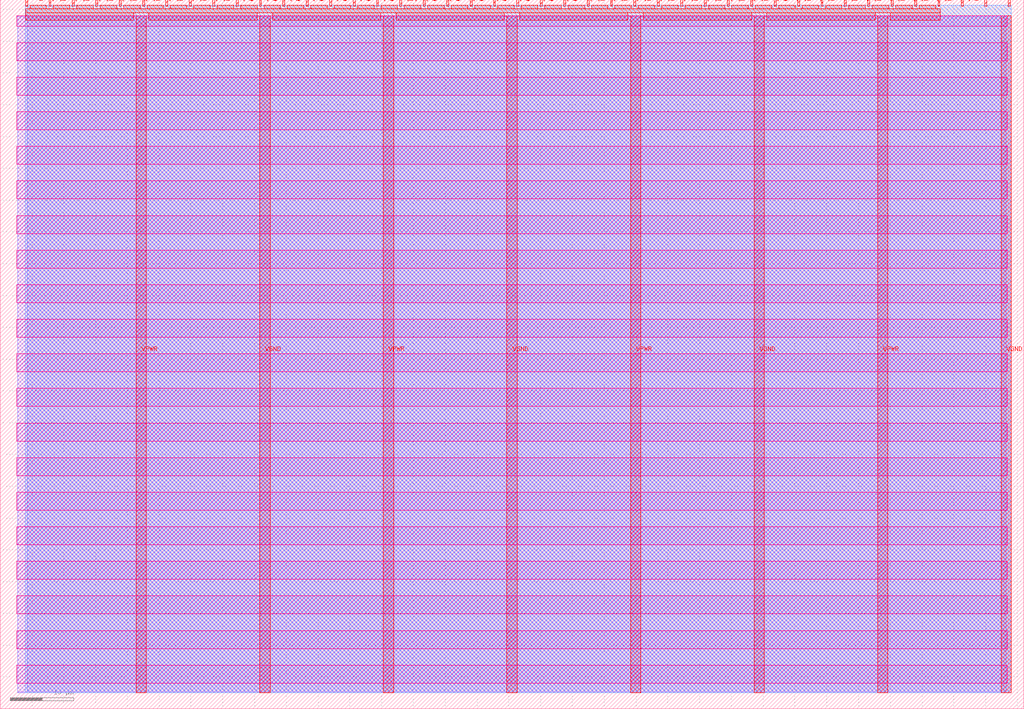
<source format=lef>
VERSION 5.7 ;
  NOWIREEXTENSIONATPIN ON ;
  DIVIDERCHAR "/" ;
  BUSBITCHARS "[]" ;
MACRO tt_um_wokwi_397774697322214401
  CLASS BLOCK ;
  FOREIGN tt_um_wokwi_397774697322214401 ;
  ORIGIN 0.000 0.000 ;
  SIZE 161.000 BY 111.520 ;
  PIN VGND
    DIRECTION INOUT ;
    USE GROUND ;
    PORT
      LAYER met4 ;
        RECT 40.830 2.480 42.430 109.040 ;
    END
    PORT
      LAYER met4 ;
        RECT 79.700 2.480 81.300 109.040 ;
    END
    PORT
      LAYER met4 ;
        RECT 118.570 2.480 120.170 109.040 ;
    END
    PORT
      LAYER met4 ;
        RECT 157.440 2.480 159.040 109.040 ;
    END
  END VGND
  PIN VPWR
    DIRECTION INOUT ;
    USE POWER ;
    PORT
      LAYER met4 ;
        RECT 21.395 2.480 22.995 109.040 ;
    END
    PORT
      LAYER met4 ;
        RECT 60.265 2.480 61.865 109.040 ;
    END
    PORT
      LAYER met4 ;
        RECT 99.135 2.480 100.735 109.040 ;
    END
    PORT
      LAYER met4 ;
        RECT 138.005 2.480 139.605 109.040 ;
    END
  END VPWR
  PIN clk
    DIRECTION INPUT ;
    USE SIGNAL ;
    PORT
      LAYER met4 ;
        RECT 154.870 110.520 155.170 111.520 ;
    END
  END clk
  PIN ena
    DIRECTION INPUT ;
    USE SIGNAL ;
    PORT
      LAYER met4 ;
        RECT 158.550 110.520 158.850 111.520 ;
    END
  END ena
  PIN rst_n
    DIRECTION INPUT ;
    USE SIGNAL ;
    PORT
      LAYER met4 ;
        RECT 151.190 110.520 151.490 111.520 ;
    END
  END rst_n
  PIN ui_in[0]
    DIRECTION INPUT ;
    USE SIGNAL ;
    ANTENNAGATEAREA 0.196500 ;
    PORT
      LAYER met4 ;
        RECT 147.510 110.520 147.810 111.520 ;
    END
  END ui_in[0]
  PIN ui_in[1]
    DIRECTION INPUT ;
    USE SIGNAL ;
    ANTENNAGATEAREA 0.196500 ;
    PORT
      LAYER met4 ;
        RECT 143.830 110.520 144.130 111.520 ;
    END
  END ui_in[1]
  PIN ui_in[2]
    DIRECTION INPUT ;
    USE SIGNAL ;
    ANTENNAGATEAREA 0.196500 ;
    PORT
      LAYER met4 ;
        RECT 140.150 110.520 140.450 111.520 ;
    END
  END ui_in[2]
  PIN ui_in[3]
    DIRECTION INPUT ;
    USE SIGNAL ;
    PORT
      LAYER met4 ;
        RECT 136.470 110.520 136.770 111.520 ;
    END
  END ui_in[3]
  PIN ui_in[4]
    DIRECTION INPUT ;
    USE SIGNAL ;
    PORT
      LAYER met4 ;
        RECT 132.790 110.520 133.090 111.520 ;
    END
  END ui_in[4]
  PIN ui_in[5]
    DIRECTION INPUT ;
    USE SIGNAL ;
    PORT
      LAYER met4 ;
        RECT 129.110 110.520 129.410 111.520 ;
    END
  END ui_in[5]
  PIN ui_in[6]
    DIRECTION INPUT ;
    USE SIGNAL ;
    PORT
      LAYER met4 ;
        RECT 125.430 110.520 125.730 111.520 ;
    END
  END ui_in[6]
  PIN ui_in[7]
    DIRECTION INPUT ;
    USE SIGNAL ;
    PORT
      LAYER met4 ;
        RECT 121.750 110.520 122.050 111.520 ;
    END
  END ui_in[7]
  PIN uio_in[0]
    DIRECTION INPUT ;
    USE SIGNAL ;
    PORT
      LAYER met4 ;
        RECT 118.070 110.520 118.370 111.520 ;
    END
  END uio_in[0]
  PIN uio_in[1]
    DIRECTION INPUT ;
    USE SIGNAL ;
    PORT
      LAYER met4 ;
        RECT 114.390 110.520 114.690 111.520 ;
    END
  END uio_in[1]
  PIN uio_in[2]
    DIRECTION INPUT ;
    USE SIGNAL ;
    PORT
      LAYER met4 ;
        RECT 110.710 110.520 111.010 111.520 ;
    END
  END uio_in[2]
  PIN uio_in[3]
    DIRECTION INPUT ;
    USE SIGNAL ;
    PORT
      LAYER met4 ;
        RECT 107.030 110.520 107.330 111.520 ;
    END
  END uio_in[3]
  PIN uio_in[4]
    DIRECTION INPUT ;
    USE SIGNAL ;
    PORT
      LAYER met4 ;
        RECT 103.350 110.520 103.650 111.520 ;
    END
  END uio_in[4]
  PIN uio_in[5]
    DIRECTION INPUT ;
    USE SIGNAL ;
    PORT
      LAYER met4 ;
        RECT 99.670 110.520 99.970 111.520 ;
    END
  END uio_in[5]
  PIN uio_in[6]
    DIRECTION INPUT ;
    USE SIGNAL ;
    PORT
      LAYER met4 ;
        RECT 95.990 110.520 96.290 111.520 ;
    END
  END uio_in[6]
  PIN uio_in[7]
    DIRECTION INPUT ;
    USE SIGNAL ;
    PORT
      LAYER met4 ;
        RECT 92.310 110.520 92.610 111.520 ;
    END
  END uio_in[7]
  PIN uio_oe[0]
    DIRECTION OUTPUT TRISTATE ;
    USE SIGNAL ;
    PORT
      LAYER met4 ;
        RECT 29.750 110.520 30.050 111.520 ;
    END
  END uio_oe[0]
  PIN uio_oe[1]
    DIRECTION OUTPUT TRISTATE ;
    USE SIGNAL ;
    PORT
      LAYER met4 ;
        RECT 26.070 110.520 26.370 111.520 ;
    END
  END uio_oe[1]
  PIN uio_oe[2]
    DIRECTION OUTPUT TRISTATE ;
    USE SIGNAL ;
    PORT
      LAYER met4 ;
        RECT 22.390 110.520 22.690 111.520 ;
    END
  END uio_oe[2]
  PIN uio_oe[3]
    DIRECTION OUTPUT TRISTATE ;
    USE SIGNAL ;
    PORT
      LAYER met4 ;
        RECT 18.710 110.520 19.010 111.520 ;
    END
  END uio_oe[3]
  PIN uio_oe[4]
    DIRECTION OUTPUT TRISTATE ;
    USE SIGNAL ;
    PORT
      LAYER met4 ;
        RECT 15.030 110.520 15.330 111.520 ;
    END
  END uio_oe[4]
  PIN uio_oe[5]
    DIRECTION OUTPUT TRISTATE ;
    USE SIGNAL ;
    PORT
      LAYER met4 ;
        RECT 11.350 110.520 11.650 111.520 ;
    END
  END uio_oe[5]
  PIN uio_oe[6]
    DIRECTION OUTPUT TRISTATE ;
    USE SIGNAL ;
    PORT
      LAYER met4 ;
        RECT 7.670 110.520 7.970 111.520 ;
    END
  END uio_oe[6]
  PIN uio_oe[7]
    DIRECTION OUTPUT TRISTATE ;
    USE SIGNAL ;
    PORT
      LAYER met4 ;
        RECT 3.990 110.520 4.290 111.520 ;
    END
  END uio_oe[7]
  PIN uio_out[0]
    DIRECTION OUTPUT TRISTATE ;
    USE SIGNAL ;
    PORT
      LAYER met4 ;
        RECT 59.190 110.520 59.490 111.520 ;
    END
  END uio_out[0]
  PIN uio_out[1]
    DIRECTION OUTPUT TRISTATE ;
    USE SIGNAL ;
    PORT
      LAYER met4 ;
        RECT 55.510 110.520 55.810 111.520 ;
    END
  END uio_out[1]
  PIN uio_out[2]
    DIRECTION OUTPUT TRISTATE ;
    USE SIGNAL ;
    PORT
      LAYER met4 ;
        RECT 51.830 110.520 52.130 111.520 ;
    END
  END uio_out[2]
  PIN uio_out[3]
    DIRECTION OUTPUT TRISTATE ;
    USE SIGNAL ;
    PORT
      LAYER met4 ;
        RECT 48.150 110.520 48.450 111.520 ;
    END
  END uio_out[3]
  PIN uio_out[4]
    DIRECTION OUTPUT TRISTATE ;
    USE SIGNAL ;
    PORT
      LAYER met4 ;
        RECT 44.470 110.520 44.770 111.520 ;
    END
  END uio_out[4]
  PIN uio_out[5]
    DIRECTION OUTPUT TRISTATE ;
    USE SIGNAL ;
    PORT
      LAYER met4 ;
        RECT 40.790 110.520 41.090 111.520 ;
    END
  END uio_out[5]
  PIN uio_out[6]
    DIRECTION OUTPUT TRISTATE ;
    USE SIGNAL ;
    PORT
      LAYER met4 ;
        RECT 37.110 110.520 37.410 111.520 ;
    END
  END uio_out[6]
  PIN uio_out[7]
    DIRECTION OUTPUT TRISTATE ;
    USE SIGNAL ;
    PORT
      LAYER met4 ;
        RECT 33.430 110.520 33.730 111.520 ;
    END
  END uio_out[7]
  PIN uo_out[0]
    DIRECTION OUTPUT TRISTATE ;
    USE SIGNAL ;
    PORT
      LAYER met4 ;
        RECT 88.630 110.520 88.930 111.520 ;
    END
  END uo_out[0]
  PIN uo_out[1]
    DIRECTION OUTPUT TRISTATE ;
    USE SIGNAL ;
    PORT
      LAYER met4 ;
        RECT 84.950 110.520 85.250 111.520 ;
    END
  END uo_out[1]
  PIN uo_out[2]
    DIRECTION OUTPUT TRISTATE ;
    USE SIGNAL ;
    PORT
      LAYER met4 ;
        RECT 81.270 110.520 81.570 111.520 ;
    END
  END uo_out[2]
  PIN uo_out[3]
    DIRECTION OUTPUT TRISTATE ;
    USE SIGNAL ;
    ANTENNADIFFAREA 0.445500 ;
    PORT
      LAYER met4 ;
        RECT 77.590 110.520 77.890 111.520 ;
    END
  END uo_out[3]
  PIN uo_out[4]
    DIRECTION OUTPUT TRISTATE ;
    USE SIGNAL ;
    ANTENNADIFFAREA 0.445500 ;
    PORT
      LAYER met4 ;
        RECT 73.910 110.520 74.210 111.520 ;
    END
  END uo_out[4]
  PIN uo_out[5]
    DIRECTION OUTPUT TRISTATE ;
    USE SIGNAL ;
    ANTENNADIFFAREA 0.445500 ;
    PORT
      LAYER met4 ;
        RECT 70.230 110.520 70.530 111.520 ;
    END
  END uo_out[5]
  PIN uo_out[6]
    DIRECTION OUTPUT TRISTATE ;
    USE SIGNAL ;
    PORT
      LAYER met4 ;
        RECT 66.550 110.520 66.850 111.520 ;
    END
  END uo_out[6]
  PIN uo_out[7]
    DIRECTION OUTPUT TRISTATE ;
    USE SIGNAL ;
    PORT
      LAYER met4 ;
        RECT 62.870 110.520 63.170 111.520 ;
    END
  END uo_out[7]
  OBS
      LAYER nwell ;
        RECT 2.570 107.385 158.430 108.990 ;
        RECT 2.570 101.945 158.430 104.775 ;
        RECT 2.570 96.505 158.430 99.335 ;
        RECT 2.570 91.065 158.430 93.895 ;
        RECT 2.570 85.625 158.430 88.455 ;
        RECT 2.570 80.185 158.430 83.015 ;
        RECT 2.570 74.745 158.430 77.575 ;
        RECT 2.570 69.305 158.430 72.135 ;
        RECT 2.570 63.865 158.430 66.695 ;
        RECT 2.570 58.425 158.430 61.255 ;
        RECT 2.570 52.985 158.430 55.815 ;
        RECT 2.570 47.545 158.430 50.375 ;
        RECT 2.570 42.105 158.430 44.935 ;
        RECT 2.570 36.665 158.430 39.495 ;
        RECT 2.570 31.225 158.430 34.055 ;
        RECT 2.570 25.785 158.430 28.615 ;
        RECT 2.570 20.345 158.430 23.175 ;
        RECT 2.570 14.905 158.430 17.735 ;
        RECT 2.570 9.465 158.430 12.295 ;
        RECT 2.570 4.025 158.430 6.855 ;
      LAYER li1 ;
        RECT 2.760 2.635 158.240 108.885 ;
      LAYER met1 ;
        RECT 2.760 2.480 159.040 109.040 ;
      LAYER met2 ;
        RECT 4.230 2.535 159.010 110.685 ;
      LAYER met3 ;
        RECT 3.950 2.555 159.030 110.665 ;
      LAYER met4 ;
        RECT 4.690 110.120 7.270 110.665 ;
        RECT 8.370 110.120 10.950 110.665 ;
        RECT 12.050 110.120 14.630 110.665 ;
        RECT 15.730 110.120 18.310 110.665 ;
        RECT 19.410 110.120 21.990 110.665 ;
        RECT 23.090 110.120 25.670 110.665 ;
        RECT 26.770 110.120 29.350 110.665 ;
        RECT 30.450 110.120 33.030 110.665 ;
        RECT 34.130 110.120 36.710 110.665 ;
        RECT 37.810 110.120 40.390 110.665 ;
        RECT 41.490 110.120 44.070 110.665 ;
        RECT 45.170 110.120 47.750 110.665 ;
        RECT 48.850 110.120 51.430 110.665 ;
        RECT 52.530 110.120 55.110 110.665 ;
        RECT 56.210 110.120 58.790 110.665 ;
        RECT 59.890 110.120 62.470 110.665 ;
        RECT 63.570 110.120 66.150 110.665 ;
        RECT 67.250 110.120 69.830 110.665 ;
        RECT 70.930 110.120 73.510 110.665 ;
        RECT 74.610 110.120 77.190 110.665 ;
        RECT 78.290 110.120 80.870 110.665 ;
        RECT 81.970 110.120 84.550 110.665 ;
        RECT 85.650 110.120 88.230 110.665 ;
        RECT 89.330 110.120 91.910 110.665 ;
        RECT 93.010 110.120 95.590 110.665 ;
        RECT 96.690 110.120 99.270 110.665 ;
        RECT 100.370 110.120 102.950 110.665 ;
        RECT 104.050 110.120 106.630 110.665 ;
        RECT 107.730 110.120 110.310 110.665 ;
        RECT 111.410 110.120 113.990 110.665 ;
        RECT 115.090 110.120 117.670 110.665 ;
        RECT 118.770 110.120 121.350 110.665 ;
        RECT 122.450 110.120 125.030 110.665 ;
        RECT 126.130 110.120 128.710 110.665 ;
        RECT 129.810 110.120 132.390 110.665 ;
        RECT 133.490 110.120 136.070 110.665 ;
        RECT 137.170 110.120 139.750 110.665 ;
        RECT 140.850 110.120 143.430 110.665 ;
        RECT 144.530 110.120 147.110 110.665 ;
        RECT 3.975 109.440 147.825 110.120 ;
        RECT 3.975 108.295 20.995 109.440 ;
        RECT 23.395 108.295 40.430 109.440 ;
        RECT 42.830 108.295 59.865 109.440 ;
        RECT 62.265 108.295 79.300 109.440 ;
        RECT 81.700 108.295 98.735 109.440 ;
        RECT 101.135 108.295 118.170 109.440 ;
        RECT 120.570 108.295 137.605 109.440 ;
        RECT 140.005 108.295 147.825 109.440 ;
  END
END tt_um_wokwi_397774697322214401
END LIBRARY


</source>
